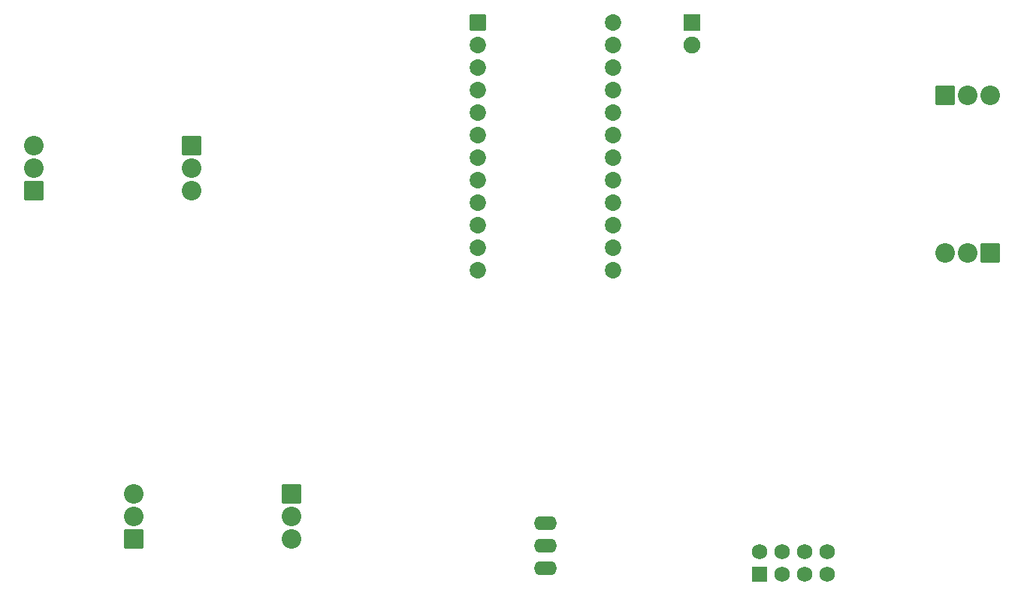
<source format=gbs>
G04 Layer: BottomSolderMaskLayer*
G04 EasyEDA Pro v2.2.37.3, 2025-05-01 14:47:59*
G04 Gerber Generator version 0.3*
G04 Scale: 100 percent, Rotated: No, Reflected: No*
G04 Dimensions in millimeters*
G04 Leading zeros omitted, absolute positions, 4 integers and 5 decimals*
%FSLAX45Y45*%
%MOMM*%
%AMRoundRect*1,1,$1,$2,$3*1,1,$1,$4,$5*1,1,$1,0-$2,0-$3*1,1,$1,0-$4,0-$5*20,1,$1,$2,$3,$4,$5,0*20,1,$1,$4,$5,0-$2,0-$3,0*20,1,$1,0-$2,0-$3,0-$4,0-$5,0*20,1,$1,0-$4,0-$5,$2,$3,0*4,1,4,$2,$3,$4,$5,0-$2,0-$3,0-$4,0-$5,$2,$3,0*%
%ADD10RoundRect,0.18181X0.77269X-0.77269X-0.77269X-0.77269*%
%ADD11C,1.7272*%
%ADD12RoundRect,0.18313X-0.83553X0.83553X0.83553X0.83553*%
%ADD13C,1.8542*%
%ADD14RoundRect,0.09645X0.90257X0.90257X0.90257X-0.90257*%
%ADD15C,1.9016*%
%ADD16O,2.59999X1.6*%
%ADD17C,2.2032*%
%ADD18RoundRect,0.18604X-1.00858X1.00858X1.00858X1.00858*%
%ADD19RoundRect,0.18604X1.00858X-1.00858X-1.00858X-1.00858*%
%ADD20RoundRect,0.18604X1.00858X1.00858X1.00858X-1.00858*%
G75*


G04 Pad Start*
G54D10*
G01X2420795Y-2159000D03*
G54D11*
G01X2420795Y-1905000D03*
G01X2674795Y-2159000D03*
G01X2674795Y-1905000D03*
G01X2928795Y-2159000D03*
G01X2928795Y-1905000D03*
G01X3182795Y-2159000D03*
G01X3182795Y-1905000D03*
G54D12*
G01X-754205Y4064000D03*
G54D13*
G01X-754205Y3810000D03*
G01X-754205Y3302000D03*
G01X-754205Y3048000D03*
G01X-754205Y2794000D03*
G01X-754205Y2540000D03*
G01X-754205Y2286000D03*
G01X-754205Y2032000D03*
G01X-754205Y1778000D03*
G01X-754205Y1524000D03*
G01X-754205Y1270000D03*
G01X769795Y1270000D03*
G01X769795Y1524000D03*
G01X769795Y1778000D03*
G01X769795Y2032000D03*
G01X769795Y2286000D03*
G01X769795Y2540000D03*
G01X769795Y2794000D03*
G01X769795Y3048000D03*
G01X769795Y3302000D03*
G01X769795Y3556000D03*
G01X769795Y3810000D03*
G01X769795Y4064000D03*
G01X-754205Y3556000D03*
G54D14*
G01X1658795Y4064000D03*
G54D15*
G01X1658795Y3810000D03*
G54D16*
G01X7795Y-2095500D03*
G01X7795Y-1841500D03*
G01X7795Y-1587500D03*
G54D17*
G01X-4624212Y-1508519D03*
G01X-2846238Y-1508519D03*
G01X-4624238Y-1254506D03*
G54D18*
G01X-4624238Y-1762506D03*
G01X-2846238Y-1254506D03*
G54D17*
G01X-2846238Y-1762506D03*
G01X-3972156Y2421611D03*
G01X-5750131Y2421611D03*
G01X-3972131Y2167598D03*
G54D19*
G01X-3972131Y2675598D03*
G01X-5750131Y2167598D03*
G54D17*
G01X-5750131Y2675598D03*
G54D20*
G01X4516295Y3238500D03*
G54D17*
G01X4770282Y3238475D03*
G01X5024295Y3238500D03*
G01X4516295Y1460500D03*
G01X4770282Y1460500D03*
G54D20*
G01X5024295Y1460500D03*
G04 Pad End*

M02*


</source>
